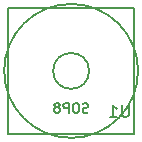
<source format=gbo>
G04 (created by PCBNEW (2013-jul-07)-stable) date Mon 16 Jun 2014 12:34:42 AM EDT*
%MOIN*%
G04 Gerber Fmt 3.4, Leading zero omitted, Abs format*
%FSLAX34Y34*%
G01*
G70*
G90*
G04 APERTURE LIST*
%ADD10C,0.00590551*%
%ADD11C,0.005*%
%ADD12C,0.00787402*%
%ADD13C,0.00708661*%
G04 APERTURE END LIST*
G54D10*
G54D11*
X85794Y-59251D02*
G75*
G03X85794Y-59251I-598J0D01*
G74*
G01*
X87428Y-59251D02*
G75*
G03X87428Y-59251I-2232J0D01*
G74*
G01*
X83094Y-61353D02*
X87298Y-61353D01*
X87298Y-61353D02*
X87298Y-57149D01*
X87298Y-57149D02*
X83094Y-57149D01*
X83094Y-57149D02*
X83094Y-61353D01*
G54D12*
X87110Y-60395D02*
X87110Y-60714D01*
X87092Y-60751D01*
X87073Y-60770D01*
X87035Y-60789D01*
X86961Y-60789D01*
X86923Y-60770D01*
X86904Y-60751D01*
X86886Y-60714D01*
X86886Y-60395D01*
X86492Y-60789D02*
X86717Y-60789D01*
X86604Y-60789D02*
X86604Y-60395D01*
X86642Y-60451D01*
X86679Y-60489D01*
X86717Y-60508D01*
G54D13*
X85759Y-60624D02*
X85714Y-60639D01*
X85639Y-60639D01*
X85609Y-60624D01*
X85594Y-60609D01*
X85579Y-60579D01*
X85579Y-60549D01*
X85594Y-60519D01*
X85609Y-60504D01*
X85639Y-60489D01*
X85699Y-60474D01*
X85729Y-60459D01*
X85744Y-60444D01*
X85759Y-60414D01*
X85759Y-60384D01*
X85744Y-60354D01*
X85729Y-60339D01*
X85699Y-60324D01*
X85624Y-60324D01*
X85579Y-60339D01*
X85384Y-60324D02*
X85324Y-60324D01*
X85294Y-60339D01*
X85264Y-60369D01*
X85249Y-60429D01*
X85249Y-60534D01*
X85264Y-60594D01*
X85294Y-60624D01*
X85324Y-60639D01*
X85384Y-60639D01*
X85414Y-60624D01*
X85444Y-60594D01*
X85459Y-60534D01*
X85459Y-60429D01*
X85444Y-60369D01*
X85414Y-60339D01*
X85384Y-60324D01*
X85114Y-60639D02*
X85114Y-60324D01*
X84994Y-60324D01*
X84964Y-60339D01*
X84949Y-60354D01*
X84934Y-60384D01*
X84934Y-60429D01*
X84949Y-60459D01*
X84964Y-60474D01*
X84994Y-60489D01*
X85114Y-60489D01*
X84754Y-60459D02*
X84784Y-60444D01*
X84799Y-60429D01*
X84814Y-60399D01*
X84814Y-60384D01*
X84799Y-60354D01*
X84784Y-60339D01*
X84754Y-60324D01*
X84694Y-60324D01*
X84664Y-60339D01*
X84649Y-60354D01*
X84634Y-60384D01*
X84634Y-60399D01*
X84649Y-60429D01*
X84664Y-60444D01*
X84694Y-60459D01*
X84754Y-60459D01*
X84784Y-60474D01*
X84799Y-60489D01*
X84814Y-60519D01*
X84814Y-60579D01*
X84799Y-60609D01*
X84784Y-60624D01*
X84754Y-60639D01*
X84694Y-60639D01*
X84664Y-60624D01*
X84649Y-60609D01*
X84634Y-60579D01*
X84634Y-60519D01*
X84649Y-60489D01*
X84664Y-60474D01*
X84694Y-60459D01*
M02*

</source>
